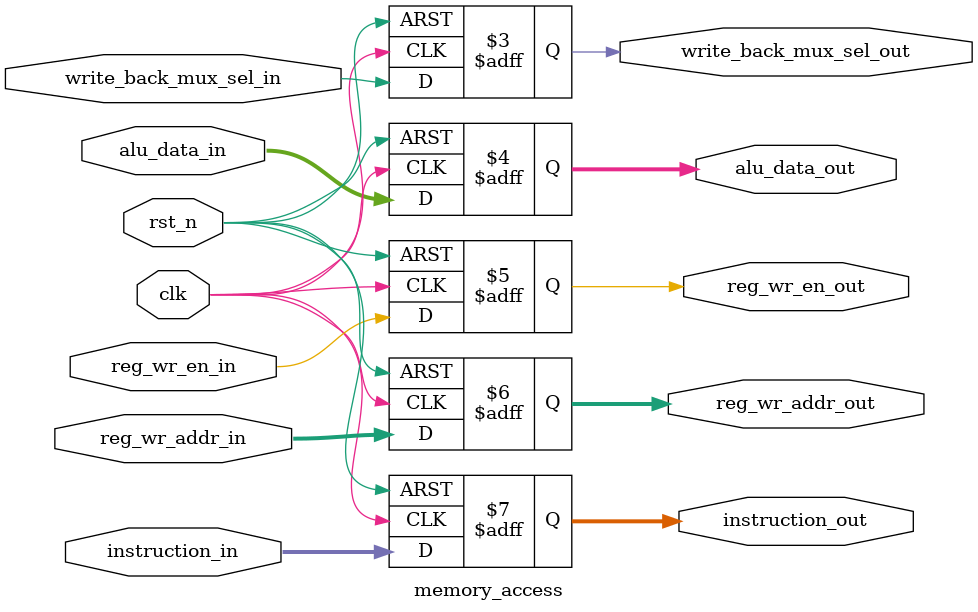
<source format=v>
module memory_access
#(
   parameter DATA_WIDTH = 32,
   parameter INSTRUCTION_WIDTH = 32,
   parameter REG_ADDR_WIDTH = 5
  )
(
   input clk,
   input rst_n,
   input write_back_mux_sel_in,
   input [DATA_WIDTH-1:0] alu_data_in,
   input reg_wr_en_in,
   input [REG_ADDR_WIDTH-1:0] reg_wr_addr_in,
   input [INSTRUCTION_WIDTH-1:0] instruction_in,
 
   output reg write_back_mux_sel_out,
   output reg [DATA_WIDTH-1:0] alu_data_out,
   output reg reg_wr_en_out,
   output reg [REG_ADDR_WIDTH-1:0] reg_wr_addr_out,
   output reg [INSTRUCTION_WIDTH-1:0] instruction_out
);



always@(posedge clk or negedge rst_n) begin
   if(~rst_n) begin
      write_back_mux_sel_out <= 0;
      alu_data_out <= 0;
      reg_wr_en_out <= 0;
      reg_wr_addr_out <= 0;
      instruction_out <= 0;
   end
   else begin
      write_back_mux_sel_out <= write_back_mux_sel_in;
      alu_data_out <= alu_data_in;
      reg_wr_en_out <= reg_wr_en_in;
      reg_wr_addr_out <= reg_wr_addr_in;
      instruction_out <= instruction_in;
   end
end

endmodule

</source>
